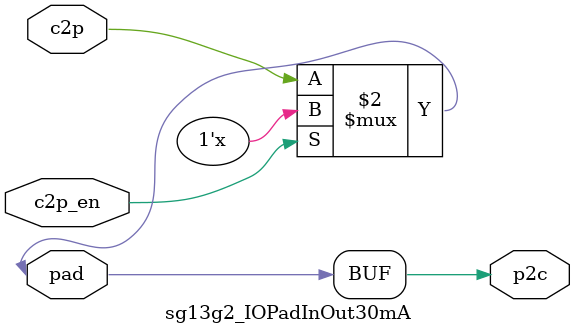
<source format=v>
module sg13g2_IOPadIn (
  output wire p2c,
  inout  wire pad 
);

assign p2c = pad;

endmodule

module sg13g2_IOPadOut4mA (
  input  wire c2p,
  inout  wire pad 
);

assign pad = c2p;

endmodule

module sg13g2_IOPadOut16mA (
  input  wire c2p,
  inout  wire pad 
);

assign pad = c2p;

endmodule

module sg13g2_IOPadOut30mA (
  input  wire c2p,
  inout  wire pad 
);

assign pad = c2p;

endmodule

module sg13g2_IOPadTriOut4mA (
  input  wire c2p,
  input  wire c2p_en,
  inout  wire pad 
);

assign pad = (!c2p_en) ? c2p : 1'bz;

endmodule

module sg13g2_IOPadTriOut16mA (
  input  wire c2p,
  input  wire c2p_en,
  inout  wire pad 
);

assign pad = (!c2p_en) ? c2p : 1'bz;

endmodule

module sg13g2_IOPadTriOut30mA (
  input  wire c2p,
  input  wire c2p_en,
  inout  wire pad 
);

assign pad = (!c2p_en) ? c2p : 1'bz;

endmodule

module sg13g2_IOPadInOut4mA (
  input  wire c2p,
  input  wire c2p_en,
  output wire p2c,
  inout  wire pad 
);

assign pad = (!c2p_en) ? c2p : 1'bz;
assign p2c = pad;

endmodule

module sg13g2_IOPadInOut16mA (
  input  wire c2p,
  input  wire c2p_en,
  output wire p2c,
  inout  wire pad 
);

assign pad = (!c2p_en) ? c2p : 1'bz;
assign p2c = pad;

endmodule

module sg13g2_IOPadInOut30mA (
  input  wire c2p,
  input  wire c2p_en,
  output wire p2c,
  inout  wire pad 
);

assign pad = (!c2p_en) ? c2p : 1'bz;
assign p2c = pad;

endmodule




</source>
